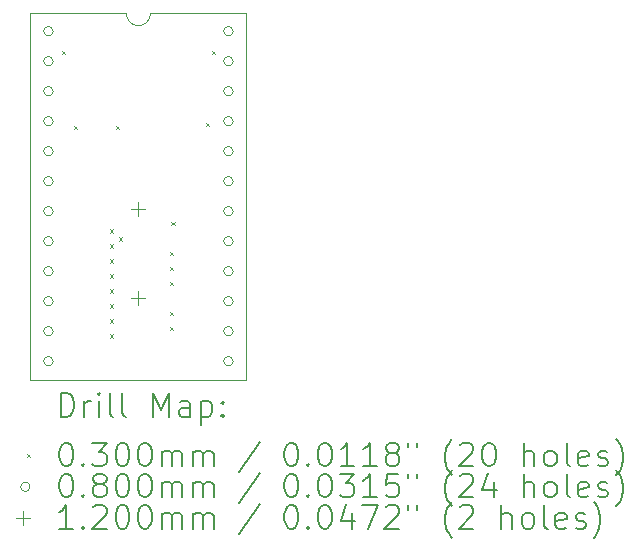
<source format=gbr>
%TF.GenerationSoftware,KiCad,Pcbnew,(6.0.7)*%
%TF.CreationDate,2022-08-15T11:05:21+01:00*%
%TF.ProjectId,nwX287,6e775832-3837-42e6-9b69-6361645f7063,1a*%
%TF.SameCoordinates,Original*%
%TF.FileFunction,Drillmap*%
%TF.FilePolarity,Positive*%
%FSLAX45Y45*%
G04 Gerber Fmt 4.5, Leading zero omitted, Abs format (unit mm)*
G04 Created by KiCad (PCBNEW (6.0.7)) date 2022-08-15 11:05:21*
%MOMM*%
%LPD*%
G01*
G04 APERTURE LIST*
%ADD10C,0.050000*%
%ADD11C,0.200000*%
%ADD12C,0.030000*%
%ADD13C,0.080000*%
%ADD14C,0.120000*%
G04 APERTURE END LIST*
D10*
X12547600Y-7791450D02*
X13360400Y-7791450D01*
X13360400Y-7791450D02*
G75*
G03*
X13563600Y-7791450I101600J-6350D01*
G01*
X12547600Y-10896600D02*
X12547600Y-7791450D01*
X14376400Y-10896600D02*
X12547600Y-10896600D01*
X14376400Y-7791450D02*
X14376400Y-10896600D01*
X13563600Y-7791450D02*
X14376400Y-7791450D01*
D11*
D12*
X12812000Y-8113000D02*
X12842000Y-8143000D01*
X12842000Y-8113000D02*
X12812000Y-8143000D01*
X12913600Y-8748000D02*
X12943600Y-8778000D01*
X12943600Y-8748000D02*
X12913600Y-8778000D01*
X13218400Y-9624300D02*
X13248400Y-9654300D01*
X13248400Y-9624300D02*
X13218400Y-9654300D01*
X13218400Y-9751571D02*
X13248400Y-9781571D01*
X13248400Y-9751571D02*
X13218400Y-9781571D01*
X13218400Y-9878300D02*
X13248400Y-9908300D01*
X13248400Y-9878300D02*
X13218400Y-9908300D01*
X13218400Y-10005300D02*
X13248400Y-10035300D01*
X13248400Y-10005300D02*
X13218400Y-10035300D01*
X13218400Y-10132300D02*
X13248400Y-10162300D01*
X13248400Y-10132300D02*
X13218400Y-10162300D01*
X13218400Y-10259300D02*
X13248400Y-10289300D01*
X13248400Y-10259300D02*
X13218400Y-10289300D01*
X13218400Y-10386300D02*
X13248400Y-10416300D01*
X13248400Y-10386300D02*
X13218400Y-10416300D01*
X13218400Y-10513300D02*
X13248400Y-10543300D01*
X13248400Y-10513300D02*
X13218400Y-10543300D01*
X13269200Y-8748000D02*
X13299200Y-8778000D01*
X13299200Y-8748000D02*
X13269200Y-8778000D01*
X13294600Y-9689070D02*
X13324600Y-9719070D01*
X13324600Y-9689070D02*
X13294600Y-9719070D01*
X13726400Y-9814800D02*
X13756400Y-9844800D01*
X13756400Y-9814800D02*
X13726400Y-9844800D01*
X13726400Y-9941800D02*
X13756400Y-9971800D01*
X13756400Y-9941800D02*
X13726400Y-9971800D01*
X13726400Y-10068800D02*
X13756400Y-10098800D01*
X13756400Y-10068800D02*
X13726400Y-10098800D01*
X13726400Y-10322800D02*
X13756400Y-10352800D01*
X13756400Y-10322800D02*
X13726400Y-10352800D01*
X13726400Y-10449800D02*
X13756400Y-10479800D01*
X13756400Y-10449800D02*
X13726400Y-10479800D01*
X13739100Y-9560800D02*
X13769100Y-9590800D01*
X13769100Y-9560800D02*
X13739100Y-9590800D01*
X14031200Y-8722600D02*
X14061200Y-8752600D01*
X14061200Y-8722600D02*
X14031200Y-8752600D01*
X14082000Y-8113000D02*
X14112000Y-8143000D01*
X14112000Y-8113000D02*
X14082000Y-8143000D01*
D13*
X12740000Y-7945900D02*
G75*
G03*
X12740000Y-7945900I-40000J0D01*
G01*
X12740000Y-8199900D02*
G75*
G03*
X12740000Y-8199900I-40000J0D01*
G01*
X12740000Y-8453900D02*
G75*
G03*
X12740000Y-8453900I-40000J0D01*
G01*
X12740000Y-8707900D02*
G75*
G03*
X12740000Y-8707900I-40000J0D01*
G01*
X12740000Y-8961900D02*
G75*
G03*
X12740000Y-8961900I-40000J0D01*
G01*
X12740000Y-9215900D02*
G75*
G03*
X12740000Y-9215900I-40000J0D01*
G01*
X12740000Y-9469900D02*
G75*
G03*
X12740000Y-9469900I-40000J0D01*
G01*
X12740000Y-9723900D02*
G75*
G03*
X12740000Y-9723900I-40000J0D01*
G01*
X12740000Y-9977900D02*
G75*
G03*
X12740000Y-9977900I-40000J0D01*
G01*
X12740000Y-10231900D02*
G75*
G03*
X12740000Y-10231900I-40000J0D01*
G01*
X12740000Y-10485900D02*
G75*
G03*
X12740000Y-10485900I-40000J0D01*
G01*
X12740000Y-10739900D02*
G75*
G03*
X12740000Y-10739900I-40000J0D01*
G01*
X14264000Y-7945900D02*
G75*
G03*
X14264000Y-7945900I-40000J0D01*
G01*
X14264000Y-8199900D02*
G75*
G03*
X14264000Y-8199900I-40000J0D01*
G01*
X14264000Y-8453900D02*
G75*
G03*
X14264000Y-8453900I-40000J0D01*
G01*
X14264000Y-8707900D02*
G75*
G03*
X14264000Y-8707900I-40000J0D01*
G01*
X14264000Y-8961900D02*
G75*
G03*
X14264000Y-8961900I-40000J0D01*
G01*
X14264000Y-9215900D02*
G75*
G03*
X14264000Y-9215900I-40000J0D01*
G01*
X14264000Y-9469900D02*
G75*
G03*
X14264000Y-9469900I-40000J0D01*
G01*
X14264000Y-9723900D02*
G75*
G03*
X14264000Y-9723900I-40000J0D01*
G01*
X14264000Y-9977900D02*
G75*
G03*
X14264000Y-9977900I-40000J0D01*
G01*
X14264000Y-10231900D02*
G75*
G03*
X14264000Y-10231900I-40000J0D01*
G01*
X14264000Y-10485900D02*
G75*
G03*
X14264000Y-10485900I-40000J0D01*
G01*
X14264000Y-10739900D02*
G75*
G03*
X14264000Y-10739900I-40000J0D01*
G01*
D14*
X13462000Y-9392500D02*
X13462000Y-9512500D01*
X13402000Y-9452500D02*
X13522000Y-9452500D01*
X13462000Y-10142500D02*
X13462000Y-10262500D01*
X13402000Y-10202500D02*
X13522000Y-10202500D01*
D11*
X12802719Y-11209576D02*
X12802719Y-11009576D01*
X12850338Y-11009576D01*
X12878909Y-11019100D01*
X12897957Y-11038148D01*
X12907481Y-11057195D01*
X12917005Y-11095290D01*
X12917005Y-11123862D01*
X12907481Y-11161957D01*
X12897957Y-11181005D01*
X12878909Y-11200052D01*
X12850338Y-11209576D01*
X12802719Y-11209576D01*
X13002719Y-11209576D02*
X13002719Y-11076243D01*
X13002719Y-11114338D02*
X13012243Y-11095290D01*
X13021767Y-11085767D01*
X13040814Y-11076243D01*
X13059862Y-11076243D01*
X13126528Y-11209576D02*
X13126528Y-11076243D01*
X13126528Y-11009576D02*
X13117005Y-11019100D01*
X13126528Y-11028624D01*
X13136052Y-11019100D01*
X13126528Y-11009576D01*
X13126528Y-11028624D01*
X13250338Y-11209576D02*
X13231290Y-11200052D01*
X13221767Y-11181005D01*
X13221767Y-11009576D01*
X13355100Y-11209576D02*
X13336052Y-11200052D01*
X13326528Y-11181005D01*
X13326528Y-11009576D01*
X13583671Y-11209576D02*
X13583671Y-11009576D01*
X13650338Y-11152433D01*
X13717005Y-11009576D01*
X13717005Y-11209576D01*
X13897957Y-11209576D02*
X13897957Y-11104814D01*
X13888433Y-11085767D01*
X13869386Y-11076243D01*
X13831290Y-11076243D01*
X13812243Y-11085767D01*
X13897957Y-11200052D02*
X13878909Y-11209576D01*
X13831290Y-11209576D01*
X13812243Y-11200052D01*
X13802719Y-11181005D01*
X13802719Y-11161957D01*
X13812243Y-11142910D01*
X13831290Y-11133386D01*
X13878909Y-11133386D01*
X13897957Y-11123862D01*
X13993195Y-11076243D02*
X13993195Y-11276243D01*
X13993195Y-11085767D02*
X14012243Y-11076243D01*
X14050338Y-11076243D01*
X14069386Y-11085767D01*
X14078909Y-11095290D01*
X14088433Y-11114338D01*
X14088433Y-11171481D01*
X14078909Y-11190528D01*
X14069386Y-11200052D01*
X14050338Y-11209576D01*
X14012243Y-11209576D01*
X13993195Y-11200052D01*
X14174148Y-11190528D02*
X14183671Y-11200052D01*
X14174148Y-11209576D01*
X14164624Y-11200052D01*
X14174148Y-11190528D01*
X14174148Y-11209576D01*
X14174148Y-11085767D02*
X14183671Y-11095290D01*
X14174148Y-11104814D01*
X14164624Y-11095290D01*
X14174148Y-11085767D01*
X14174148Y-11104814D01*
D12*
X12515100Y-11524100D02*
X12545100Y-11554100D01*
X12545100Y-11524100D02*
X12515100Y-11554100D01*
D11*
X12840814Y-11429576D02*
X12859862Y-11429576D01*
X12878909Y-11439100D01*
X12888433Y-11448624D01*
X12897957Y-11467671D01*
X12907481Y-11505767D01*
X12907481Y-11553386D01*
X12897957Y-11591481D01*
X12888433Y-11610528D01*
X12878909Y-11620052D01*
X12859862Y-11629576D01*
X12840814Y-11629576D01*
X12821767Y-11620052D01*
X12812243Y-11610528D01*
X12802719Y-11591481D01*
X12793195Y-11553386D01*
X12793195Y-11505767D01*
X12802719Y-11467671D01*
X12812243Y-11448624D01*
X12821767Y-11439100D01*
X12840814Y-11429576D01*
X12993195Y-11610528D02*
X13002719Y-11620052D01*
X12993195Y-11629576D01*
X12983671Y-11620052D01*
X12993195Y-11610528D01*
X12993195Y-11629576D01*
X13069386Y-11429576D02*
X13193195Y-11429576D01*
X13126528Y-11505767D01*
X13155100Y-11505767D01*
X13174148Y-11515290D01*
X13183671Y-11524814D01*
X13193195Y-11543862D01*
X13193195Y-11591481D01*
X13183671Y-11610528D01*
X13174148Y-11620052D01*
X13155100Y-11629576D01*
X13097957Y-11629576D01*
X13078909Y-11620052D01*
X13069386Y-11610528D01*
X13317005Y-11429576D02*
X13336052Y-11429576D01*
X13355100Y-11439100D01*
X13364624Y-11448624D01*
X13374148Y-11467671D01*
X13383671Y-11505767D01*
X13383671Y-11553386D01*
X13374148Y-11591481D01*
X13364624Y-11610528D01*
X13355100Y-11620052D01*
X13336052Y-11629576D01*
X13317005Y-11629576D01*
X13297957Y-11620052D01*
X13288433Y-11610528D01*
X13278909Y-11591481D01*
X13269386Y-11553386D01*
X13269386Y-11505767D01*
X13278909Y-11467671D01*
X13288433Y-11448624D01*
X13297957Y-11439100D01*
X13317005Y-11429576D01*
X13507481Y-11429576D02*
X13526528Y-11429576D01*
X13545576Y-11439100D01*
X13555100Y-11448624D01*
X13564624Y-11467671D01*
X13574148Y-11505767D01*
X13574148Y-11553386D01*
X13564624Y-11591481D01*
X13555100Y-11610528D01*
X13545576Y-11620052D01*
X13526528Y-11629576D01*
X13507481Y-11629576D01*
X13488433Y-11620052D01*
X13478909Y-11610528D01*
X13469386Y-11591481D01*
X13459862Y-11553386D01*
X13459862Y-11505767D01*
X13469386Y-11467671D01*
X13478909Y-11448624D01*
X13488433Y-11439100D01*
X13507481Y-11429576D01*
X13659862Y-11629576D02*
X13659862Y-11496243D01*
X13659862Y-11515290D02*
X13669386Y-11505767D01*
X13688433Y-11496243D01*
X13717005Y-11496243D01*
X13736052Y-11505767D01*
X13745576Y-11524814D01*
X13745576Y-11629576D01*
X13745576Y-11524814D02*
X13755100Y-11505767D01*
X13774148Y-11496243D01*
X13802719Y-11496243D01*
X13821767Y-11505767D01*
X13831290Y-11524814D01*
X13831290Y-11629576D01*
X13926528Y-11629576D02*
X13926528Y-11496243D01*
X13926528Y-11515290D02*
X13936052Y-11505767D01*
X13955100Y-11496243D01*
X13983671Y-11496243D01*
X14002719Y-11505767D01*
X14012243Y-11524814D01*
X14012243Y-11629576D01*
X14012243Y-11524814D02*
X14021767Y-11505767D01*
X14040814Y-11496243D01*
X14069386Y-11496243D01*
X14088433Y-11505767D01*
X14097957Y-11524814D01*
X14097957Y-11629576D01*
X14488433Y-11420052D02*
X14317005Y-11677195D01*
X14745576Y-11429576D02*
X14764624Y-11429576D01*
X14783671Y-11439100D01*
X14793195Y-11448624D01*
X14802719Y-11467671D01*
X14812243Y-11505767D01*
X14812243Y-11553386D01*
X14802719Y-11591481D01*
X14793195Y-11610528D01*
X14783671Y-11620052D01*
X14764624Y-11629576D01*
X14745576Y-11629576D01*
X14726528Y-11620052D01*
X14717005Y-11610528D01*
X14707481Y-11591481D01*
X14697957Y-11553386D01*
X14697957Y-11505767D01*
X14707481Y-11467671D01*
X14717005Y-11448624D01*
X14726528Y-11439100D01*
X14745576Y-11429576D01*
X14897957Y-11610528D02*
X14907481Y-11620052D01*
X14897957Y-11629576D01*
X14888433Y-11620052D01*
X14897957Y-11610528D01*
X14897957Y-11629576D01*
X15031290Y-11429576D02*
X15050338Y-11429576D01*
X15069386Y-11439100D01*
X15078909Y-11448624D01*
X15088433Y-11467671D01*
X15097957Y-11505767D01*
X15097957Y-11553386D01*
X15088433Y-11591481D01*
X15078909Y-11610528D01*
X15069386Y-11620052D01*
X15050338Y-11629576D01*
X15031290Y-11629576D01*
X15012243Y-11620052D01*
X15002719Y-11610528D01*
X14993195Y-11591481D01*
X14983671Y-11553386D01*
X14983671Y-11505767D01*
X14993195Y-11467671D01*
X15002719Y-11448624D01*
X15012243Y-11439100D01*
X15031290Y-11429576D01*
X15288433Y-11629576D02*
X15174148Y-11629576D01*
X15231290Y-11629576D02*
X15231290Y-11429576D01*
X15212243Y-11458148D01*
X15193195Y-11477195D01*
X15174148Y-11486719D01*
X15478909Y-11629576D02*
X15364624Y-11629576D01*
X15421767Y-11629576D02*
X15421767Y-11429576D01*
X15402719Y-11458148D01*
X15383671Y-11477195D01*
X15364624Y-11486719D01*
X15593195Y-11515290D02*
X15574148Y-11505767D01*
X15564624Y-11496243D01*
X15555100Y-11477195D01*
X15555100Y-11467671D01*
X15564624Y-11448624D01*
X15574148Y-11439100D01*
X15593195Y-11429576D01*
X15631290Y-11429576D01*
X15650338Y-11439100D01*
X15659862Y-11448624D01*
X15669386Y-11467671D01*
X15669386Y-11477195D01*
X15659862Y-11496243D01*
X15650338Y-11505767D01*
X15631290Y-11515290D01*
X15593195Y-11515290D01*
X15574148Y-11524814D01*
X15564624Y-11534338D01*
X15555100Y-11553386D01*
X15555100Y-11591481D01*
X15564624Y-11610528D01*
X15574148Y-11620052D01*
X15593195Y-11629576D01*
X15631290Y-11629576D01*
X15650338Y-11620052D01*
X15659862Y-11610528D01*
X15669386Y-11591481D01*
X15669386Y-11553386D01*
X15659862Y-11534338D01*
X15650338Y-11524814D01*
X15631290Y-11515290D01*
X15745576Y-11429576D02*
X15745576Y-11467671D01*
X15821767Y-11429576D02*
X15821767Y-11467671D01*
X16117005Y-11705767D02*
X16107481Y-11696243D01*
X16088433Y-11667671D01*
X16078909Y-11648624D01*
X16069386Y-11620052D01*
X16059862Y-11572433D01*
X16059862Y-11534338D01*
X16069386Y-11486719D01*
X16078909Y-11458148D01*
X16088433Y-11439100D01*
X16107481Y-11410528D01*
X16117005Y-11401005D01*
X16183671Y-11448624D02*
X16193195Y-11439100D01*
X16212243Y-11429576D01*
X16259862Y-11429576D01*
X16278909Y-11439100D01*
X16288433Y-11448624D01*
X16297957Y-11467671D01*
X16297957Y-11486719D01*
X16288433Y-11515290D01*
X16174148Y-11629576D01*
X16297957Y-11629576D01*
X16421767Y-11429576D02*
X16440814Y-11429576D01*
X16459862Y-11439100D01*
X16469386Y-11448624D01*
X16478909Y-11467671D01*
X16488433Y-11505767D01*
X16488433Y-11553386D01*
X16478909Y-11591481D01*
X16469386Y-11610528D01*
X16459862Y-11620052D01*
X16440814Y-11629576D01*
X16421767Y-11629576D01*
X16402719Y-11620052D01*
X16393195Y-11610528D01*
X16383671Y-11591481D01*
X16374148Y-11553386D01*
X16374148Y-11505767D01*
X16383671Y-11467671D01*
X16393195Y-11448624D01*
X16402719Y-11439100D01*
X16421767Y-11429576D01*
X16726528Y-11629576D02*
X16726528Y-11429576D01*
X16812243Y-11629576D02*
X16812243Y-11524814D01*
X16802719Y-11505767D01*
X16783671Y-11496243D01*
X16755100Y-11496243D01*
X16736052Y-11505767D01*
X16726528Y-11515290D01*
X16936052Y-11629576D02*
X16917005Y-11620052D01*
X16907481Y-11610528D01*
X16897957Y-11591481D01*
X16897957Y-11534338D01*
X16907481Y-11515290D01*
X16917005Y-11505767D01*
X16936052Y-11496243D01*
X16964624Y-11496243D01*
X16983671Y-11505767D01*
X16993195Y-11515290D01*
X17002719Y-11534338D01*
X17002719Y-11591481D01*
X16993195Y-11610528D01*
X16983671Y-11620052D01*
X16964624Y-11629576D01*
X16936052Y-11629576D01*
X17117005Y-11629576D02*
X17097957Y-11620052D01*
X17088433Y-11601005D01*
X17088433Y-11429576D01*
X17269386Y-11620052D02*
X17250338Y-11629576D01*
X17212243Y-11629576D01*
X17193195Y-11620052D01*
X17183671Y-11601005D01*
X17183671Y-11524814D01*
X17193195Y-11505767D01*
X17212243Y-11496243D01*
X17250338Y-11496243D01*
X17269386Y-11505767D01*
X17278910Y-11524814D01*
X17278910Y-11543862D01*
X17183671Y-11562909D01*
X17355100Y-11620052D02*
X17374148Y-11629576D01*
X17412243Y-11629576D01*
X17431290Y-11620052D01*
X17440814Y-11601005D01*
X17440814Y-11591481D01*
X17431290Y-11572433D01*
X17412243Y-11562909D01*
X17383671Y-11562909D01*
X17364624Y-11553386D01*
X17355100Y-11534338D01*
X17355100Y-11524814D01*
X17364624Y-11505767D01*
X17383671Y-11496243D01*
X17412243Y-11496243D01*
X17431290Y-11505767D01*
X17507481Y-11705767D02*
X17517005Y-11696243D01*
X17536052Y-11667671D01*
X17545576Y-11648624D01*
X17555100Y-11620052D01*
X17564624Y-11572433D01*
X17564624Y-11534338D01*
X17555100Y-11486719D01*
X17545576Y-11458148D01*
X17536052Y-11439100D01*
X17517005Y-11410528D01*
X17507481Y-11401005D01*
D13*
X12545100Y-11803100D02*
G75*
G03*
X12545100Y-11803100I-40000J0D01*
G01*
D11*
X12840814Y-11693576D02*
X12859862Y-11693576D01*
X12878909Y-11703100D01*
X12888433Y-11712624D01*
X12897957Y-11731671D01*
X12907481Y-11769767D01*
X12907481Y-11817386D01*
X12897957Y-11855481D01*
X12888433Y-11874528D01*
X12878909Y-11884052D01*
X12859862Y-11893576D01*
X12840814Y-11893576D01*
X12821767Y-11884052D01*
X12812243Y-11874528D01*
X12802719Y-11855481D01*
X12793195Y-11817386D01*
X12793195Y-11769767D01*
X12802719Y-11731671D01*
X12812243Y-11712624D01*
X12821767Y-11703100D01*
X12840814Y-11693576D01*
X12993195Y-11874528D02*
X13002719Y-11884052D01*
X12993195Y-11893576D01*
X12983671Y-11884052D01*
X12993195Y-11874528D01*
X12993195Y-11893576D01*
X13117005Y-11779290D02*
X13097957Y-11769767D01*
X13088433Y-11760243D01*
X13078909Y-11741195D01*
X13078909Y-11731671D01*
X13088433Y-11712624D01*
X13097957Y-11703100D01*
X13117005Y-11693576D01*
X13155100Y-11693576D01*
X13174148Y-11703100D01*
X13183671Y-11712624D01*
X13193195Y-11731671D01*
X13193195Y-11741195D01*
X13183671Y-11760243D01*
X13174148Y-11769767D01*
X13155100Y-11779290D01*
X13117005Y-11779290D01*
X13097957Y-11788814D01*
X13088433Y-11798338D01*
X13078909Y-11817386D01*
X13078909Y-11855481D01*
X13088433Y-11874528D01*
X13097957Y-11884052D01*
X13117005Y-11893576D01*
X13155100Y-11893576D01*
X13174148Y-11884052D01*
X13183671Y-11874528D01*
X13193195Y-11855481D01*
X13193195Y-11817386D01*
X13183671Y-11798338D01*
X13174148Y-11788814D01*
X13155100Y-11779290D01*
X13317005Y-11693576D02*
X13336052Y-11693576D01*
X13355100Y-11703100D01*
X13364624Y-11712624D01*
X13374148Y-11731671D01*
X13383671Y-11769767D01*
X13383671Y-11817386D01*
X13374148Y-11855481D01*
X13364624Y-11874528D01*
X13355100Y-11884052D01*
X13336052Y-11893576D01*
X13317005Y-11893576D01*
X13297957Y-11884052D01*
X13288433Y-11874528D01*
X13278909Y-11855481D01*
X13269386Y-11817386D01*
X13269386Y-11769767D01*
X13278909Y-11731671D01*
X13288433Y-11712624D01*
X13297957Y-11703100D01*
X13317005Y-11693576D01*
X13507481Y-11693576D02*
X13526528Y-11693576D01*
X13545576Y-11703100D01*
X13555100Y-11712624D01*
X13564624Y-11731671D01*
X13574148Y-11769767D01*
X13574148Y-11817386D01*
X13564624Y-11855481D01*
X13555100Y-11874528D01*
X13545576Y-11884052D01*
X13526528Y-11893576D01*
X13507481Y-11893576D01*
X13488433Y-11884052D01*
X13478909Y-11874528D01*
X13469386Y-11855481D01*
X13459862Y-11817386D01*
X13459862Y-11769767D01*
X13469386Y-11731671D01*
X13478909Y-11712624D01*
X13488433Y-11703100D01*
X13507481Y-11693576D01*
X13659862Y-11893576D02*
X13659862Y-11760243D01*
X13659862Y-11779290D02*
X13669386Y-11769767D01*
X13688433Y-11760243D01*
X13717005Y-11760243D01*
X13736052Y-11769767D01*
X13745576Y-11788814D01*
X13745576Y-11893576D01*
X13745576Y-11788814D02*
X13755100Y-11769767D01*
X13774148Y-11760243D01*
X13802719Y-11760243D01*
X13821767Y-11769767D01*
X13831290Y-11788814D01*
X13831290Y-11893576D01*
X13926528Y-11893576D02*
X13926528Y-11760243D01*
X13926528Y-11779290D02*
X13936052Y-11769767D01*
X13955100Y-11760243D01*
X13983671Y-11760243D01*
X14002719Y-11769767D01*
X14012243Y-11788814D01*
X14012243Y-11893576D01*
X14012243Y-11788814D02*
X14021767Y-11769767D01*
X14040814Y-11760243D01*
X14069386Y-11760243D01*
X14088433Y-11769767D01*
X14097957Y-11788814D01*
X14097957Y-11893576D01*
X14488433Y-11684052D02*
X14317005Y-11941195D01*
X14745576Y-11693576D02*
X14764624Y-11693576D01*
X14783671Y-11703100D01*
X14793195Y-11712624D01*
X14802719Y-11731671D01*
X14812243Y-11769767D01*
X14812243Y-11817386D01*
X14802719Y-11855481D01*
X14793195Y-11874528D01*
X14783671Y-11884052D01*
X14764624Y-11893576D01*
X14745576Y-11893576D01*
X14726528Y-11884052D01*
X14717005Y-11874528D01*
X14707481Y-11855481D01*
X14697957Y-11817386D01*
X14697957Y-11769767D01*
X14707481Y-11731671D01*
X14717005Y-11712624D01*
X14726528Y-11703100D01*
X14745576Y-11693576D01*
X14897957Y-11874528D02*
X14907481Y-11884052D01*
X14897957Y-11893576D01*
X14888433Y-11884052D01*
X14897957Y-11874528D01*
X14897957Y-11893576D01*
X15031290Y-11693576D02*
X15050338Y-11693576D01*
X15069386Y-11703100D01*
X15078909Y-11712624D01*
X15088433Y-11731671D01*
X15097957Y-11769767D01*
X15097957Y-11817386D01*
X15088433Y-11855481D01*
X15078909Y-11874528D01*
X15069386Y-11884052D01*
X15050338Y-11893576D01*
X15031290Y-11893576D01*
X15012243Y-11884052D01*
X15002719Y-11874528D01*
X14993195Y-11855481D01*
X14983671Y-11817386D01*
X14983671Y-11769767D01*
X14993195Y-11731671D01*
X15002719Y-11712624D01*
X15012243Y-11703100D01*
X15031290Y-11693576D01*
X15164624Y-11693576D02*
X15288433Y-11693576D01*
X15221767Y-11769767D01*
X15250338Y-11769767D01*
X15269386Y-11779290D01*
X15278909Y-11788814D01*
X15288433Y-11807862D01*
X15288433Y-11855481D01*
X15278909Y-11874528D01*
X15269386Y-11884052D01*
X15250338Y-11893576D01*
X15193195Y-11893576D01*
X15174148Y-11884052D01*
X15164624Y-11874528D01*
X15478909Y-11893576D02*
X15364624Y-11893576D01*
X15421767Y-11893576D02*
X15421767Y-11693576D01*
X15402719Y-11722148D01*
X15383671Y-11741195D01*
X15364624Y-11750719D01*
X15659862Y-11693576D02*
X15564624Y-11693576D01*
X15555100Y-11788814D01*
X15564624Y-11779290D01*
X15583671Y-11769767D01*
X15631290Y-11769767D01*
X15650338Y-11779290D01*
X15659862Y-11788814D01*
X15669386Y-11807862D01*
X15669386Y-11855481D01*
X15659862Y-11874528D01*
X15650338Y-11884052D01*
X15631290Y-11893576D01*
X15583671Y-11893576D01*
X15564624Y-11884052D01*
X15555100Y-11874528D01*
X15745576Y-11693576D02*
X15745576Y-11731671D01*
X15821767Y-11693576D02*
X15821767Y-11731671D01*
X16117005Y-11969767D02*
X16107481Y-11960243D01*
X16088433Y-11931671D01*
X16078909Y-11912624D01*
X16069386Y-11884052D01*
X16059862Y-11836433D01*
X16059862Y-11798338D01*
X16069386Y-11750719D01*
X16078909Y-11722148D01*
X16088433Y-11703100D01*
X16107481Y-11674528D01*
X16117005Y-11665005D01*
X16183671Y-11712624D02*
X16193195Y-11703100D01*
X16212243Y-11693576D01*
X16259862Y-11693576D01*
X16278909Y-11703100D01*
X16288433Y-11712624D01*
X16297957Y-11731671D01*
X16297957Y-11750719D01*
X16288433Y-11779290D01*
X16174148Y-11893576D01*
X16297957Y-11893576D01*
X16469386Y-11760243D02*
X16469386Y-11893576D01*
X16421767Y-11684052D02*
X16374148Y-11826909D01*
X16497957Y-11826909D01*
X16726528Y-11893576D02*
X16726528Y-11693576D01*
X16812243Y-11893576D02*
X16812243Y-11788814D01*
X16802719Y-11769767D01*
X16783671Y-11760243D01*
X16755100Y-11760243D01*
X16736052Y-11769767D01*
X16726528Y-11779290D01*
X16936052Y-11893576D02*
X16917005Y-11884052D01*
X16907481Y-11874528D01*
X16897957Y-11855481D01*
X16897957Y-11798338D01*
X16907481Y-11779290D01*
X16917005Y-11769767D01*
X16936052Y-11760243D01*
X16964624Y-11760243D01*
X16983671Y-11769767D01*
X16993195Y-11779290D01*
X17002719Y-11798338D01*
X17002719Y-11855481D01*
X16993195Y-11874528D01*
X16983671Y-11884052D01*
X16964624Y-11893576D01*
X16936052Y-11893576D01*
X17117005Y-11893576D02*
X17097957Y-11884052D01*
X17088433Y-11865005D01*
X17088433Y-11693576D01*
X17269386Y-11884052D02*
X17250338Y-11893576D01*
X17212243Y-11893576D01*
X17193195Y-11884052D01*
X17183671Y-11865005D01*
X17183671Y-11788814D01*
X17193195Y-11769767D01*
X17212243Y-11760243D01*
X17250338Y-11760243D01*
X17269386Y-11769767D01*
X17278910Y-11788814D01*
X17278910Y-11807862D01*
X17183671Y-11826909D01*
X17355100Y-11884052D02*
X17374148Y-11893576D01*
X17412243Y-11893576D01*
X17431290Y-11884052D01*
X17440814Y-11865005D01*
X17440814Y-11855481D01*
X17431290Y-11836433D01*
X17412243Y-11826909D01*
X17383671Y-11826909D01*
X17364624Y-11817386D01*
X17355100Y-11798338D01*
X17355100Y-11788814D01*
X17364624Y-11769767D01*
X17383671Y-11760243D01*
X17412243Y-11760243D01*
X17431290Y-11769767D01*
X17507481Y-11969767D02*
X17517005Y-11960243D01*
X17536052Y-11931671D01*
X17545576Y-11912624D01*
X17555100Y-11884052D01*
X17564624Y-11836433D01*
X17564624Y-11798338D01*
X17555100Y-11750719D01*
X17545576Y-11722148D01*
X17536052Y-11703100D01*
X17517005Y-11674528D01*
X17507481Y-11665005D01*
D14*
X12485100Y-12007100D02*
X12485100Y-12127100D01*
X12425100Y-12067100D02*
X12545100Y-12067100D01*
D11*
X12907481Y-12157576D02*
X12793195Y-12157576D01*
X12850338Y-12157576D02*
X12850338Y-11957576D01*
X12831290Y-11986148D01*
X12812243Y-12005195D01*
X12793195Y-12014719D01*
X12993195Y-12138528D02*
X13002719Y-12148052D01*
X12993195Y-12157576D01*
X12983671Y-12148052D01*
X12993195Y-12138528D01*
X12993195Y-12157576D01*
X13078909Y-11976624D02*
X13088433Y-11967100D01*
X13107481Y-11957576D01*
X13155100Y-11957576D01*
X13174148Y-11967100D01*
X13183671Y-11976624D01*
X13193195Y-11995671D01*
X13193195Y-12014719D01*
X13183671Y-12043290D01*
X13069386Y-12157576D01*
X13193195Y-12157576D01*
X13317005Y-11957576D02*
X13336052Y-11957576D01*
X13355100Y-11967100D01*
X13364624Y-11976624D01*
X13374148Y-11995671D01*
X13383671Y-12033767D01*
X13383671Y-12081386D01*
X13374148Y-12119481D01*
X13364624Y-12138528D01*
X13355100Y-12148052D01*
X13336052Y-12157576D01*
X13317005Y-12157576D01*
X13297957Y-12148052D01*
X13288433Y-12138528D01*
X13278909Y-12119481D01*
X13269386Y-12081386D01*
X13269386Y-12033767D01*
X13278909Y-11995671D01*
X13288433Y-11976624D01*
X13297957Y-11967100D01*
X13317005Y-11957576D01*
X13507481Y-11957576D02*
X13526528Y-11957576D01*
X13545576Y-11967100D01*
X13555100Y-11976624D01*
X13564624Y-11995671D01*
X13574148Y-12033767D01*
X13574148Y-12081386D01*
X13564624Y-12119481D01*
X13555100Y-12138528D01*
X13545576Y-12148052D01*
X13526528Y-12157576D01*
X13507481Y-12157576D01*
X13488433Y-12148052D01*
X13478909Y-12138528D01*
X13469386Y-12119481D01*
X13459862Y-12081386D01*
X13459862Y-12033767D01*
X13469386Y-11995671D01*
X13478909Y-11976624D01*
X13488433Y-11967100D01*
X13507481Y-11957576D01*
X13659862Y-12157576D02*
X13659862Y-12024243D01*
X13659862Y-12043290D02*
X13669386Y-12033767D01*
X13688433Y-12024243D01*
X13717005Y-12024243D01*
X13736052Y-12033767D01*
X13745576Y-12052814D01*
X13745576Y-12157576D01*
X13745576Y-12052814D02*
X13755100Y-12033767D01*
X13774148Y-12024243D01*
X13802719Y-12024243D01*
X13821767Y-12033767D01*
X13831290Y-12052814D01*
X13831290Y-12157576D01*
X13926528Y-12157576D02*
X13926528Y-12024243D01*
X13926528Y-12043290D02*
X13936052Y-12033767D01*
X13955100Y-12024243D01*
X13983671Y-12024243D01*
X14002719Y-12033767D01*
X14012243Y-12052814D01*
X14012243Y-12157576D01*
X14012243Y-12052814D02*
X14021767Y-12033767D01*
X14040814Y-12024243D01*
X14069386Y-12024243D01*
X14088433Y-12033767D01*
X14097957Y-12052814D01*
X14097957Y-12157576D01*
X14488433Y-11948052D02*
X14317005Y-12205195D01*
X14745576Y-11957576D02*
X14764624Y-11957576D01*
X14783671Y-11967100D01*
X14793195Y-11976624D01*
X14802719Y-11995671D01*
X14812243Y-12033767D01*
X14812243Y-12081386D01*
X14802719Y-12119481D01*
X14793195Y-12138528D01*
X14783671Y-12148052D01*
X14764624Y-12157576D01*
X14745576Y-12157576D01*
X14726528Y-12148052D01*
X14717005Y-12138528D01*
X14707481Y-12119481D01*
X14697957Y-12081386D01*
X14697957Y-12033767D01*
X14707481Y-11995671D01*
X14717005Y-11976624D01*
X14726528Y-11967100D01*
X14745576Y-11957576D01*
X14897957Y-12138528D02*
X14907481Y-12148052D01*
X14897957Y-12157576D01*
X14888433Y-12148052D01*
X14897957Y-12138528D01*
X14897957Y-12157576D01*
X15031290Y-11957576D02*
X15050338Y-11957576D01*
X15069386Y-11967100D01*
X15078909Y-11976624D01*
X15088433Y-11995671D01*
X15097957Y-12033767D01*
X15097957Y-12081386D01*
X15088433Y-12119481D01*
X15078909Y-12138528D01*
X15069386Y-12148052D01*
X15050338Y-12157576D01*
X15031290Y-12157576D01*
X15012243Y-12148052D01*
X15002719Y-12138528D01*
X14993195Y-12119481D01*
X14983671Y-12081386D01*
X14983671Y-12033767D01*
X14993195Y-11995671D01*
X15002719Y-11976624D01*
X15012243Y-11967100D01*
X15031290Y-11957576D01*
X15269386Y-12024243D02*
X15269386Y-12157576D01*
X15221767Y-11948052D02*
X15174148Y-12090909D01*
X15297957Y-12090909D01*
X15355100Y-11957576D02*
X15488433Y-11957576D01*
X15402719Y-12157576D01*
X15555100Y-11976624D02*
X15564624Y-11967100D01*
X15583671Y-11957576D01*
X15631290Y-11957576D01*
X15650338Y-11967100D01*
X15659862Y-11976624D01*
X15669386Y-11995671D01*
X15669386Y-12014719D01*
X15659862Y-12043290D01*
X15545576Y-12157576D01*
X15669386Y-12157576D01*
X15745576Y-11957576D02*
X15745576Y-11995671D01*
X15821767Y-11957576D02*
X15821767Y-11995671D01*
X16117005Y-12233767D02*
X16107481Y-12224243D01*
X16088433Y-12195671D01*
X16078909Y-12176624D01*
X16069386Y-12148052D01*
X16059862Y-12100433D01*
X16059862Y-12062338D01*
X16069386Y-12014719D01*
X16078909Y-11986148D01*
X16088433Y-11967100D01*
X16107481Y-11938528D01*
X16117005Y-11929005D01*
X16183671Y-11976624D02*
X16193195Y-11967100D01*
X16212243Y-11957576D01*
X16259862Y-11957576D01*
X16278909Y-11967100D01*
X16288433Y-11976624D01*
X16297957Y-11995671D01*
X16297957Y-12014719D01*
X16288433Y-12043290D01*
X16174148Y-12157576D01*
X16297957Y-12157576D01*
X16536052Y-12157576D02*
X16536052Y-11957576D01*
X16621767Y-12157576D02*
X16621767Y-12052814D01*
X16612243Y-12033767D01*
X16593195Y-12024243D01*
X16564624Y-12024243D01*
X16545576Y-12033767D01*
X16536052Y-12043290D01*
X16745576Y-12157576D02*
X16726528Y-12148052D01*
X16717005Y-12138528D01*
X16707481Y-12119481D01*
X16707481Y-12062338D01*
X16717005Y-12043290D01*
X16726528Y-12033767D01*
X16745576Y-12024243D01*
X16774148Y-12024243D01*
X16793195Y-12033767D01*
X16802719Y-12043290D01*
X16812243Y-12062338D01*
X16812243Y-12119481D01*
X16802719Y-12138528D01*
X16793195Y-12148052D01*
X16774148Y-12157576D01*
X16745576Y-12157576D01*
X16926529Y-12157576D02*
X16907481Y-12148052D01*
X16897957Y-12129005D01*
X16897957Y-11957576D01*
X17078910Y-12148052D02*
X17059862Y-12157576D01*
X17021767Y-12157576D01*
X17002719Y-12148052D01*
X16993195Y-12129005D01*
X16993195Y-12052814D01*
X17002719Y-12033767D01*
X17021767Y-12024243D01*
X17059862Y-12024243D01*
X17078910Y-12033767D01*
X17088433Y-12052814D01*
X17088433Y-12071862D01*
X16993195Y-12090909D01*
X17164624Y-12148052D02*
X17183671Y-12157576D01*
X17221767Y-12157576D01*
X17240814Y-12148052D01*
X17250338Y-12129005D01*
X17250338Y-12119481D01*
X17240814Y-12100433D01*
X17221767Y-12090909D01*
X17193195Y-12090909D01*
X17174148Y-12081386D01*
X17164624Y-12062338D01*
X17164624Y-12052814D01*
X17174148Y-12033767D01*
X17193195Y-12024243D01*
X17221767Y-12024243D01*
X17240814Y-12033767D01*
X17317005Y-12233767D02*
X17326529Y-12224243D01*
X17345576Y-12195671D01*
X17355100Y-12176624D01*
X17364624Y-12148052D01*
X17374148Y-12100433D01*
X17374148Y-12062338D01*
X17364624Y-12014719D01*
X17355100Y-11986148D01*
X17345576Y-11967100D01*
X17326529Y-11938528D01*
X17317005Y-11929005D01*
M02*

</source>
